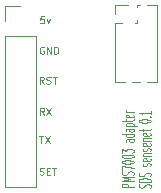
<source format=gbr>
G04 #@! TF.GenerationSoftware,KiCad,Pcbnew,5.0.2+dfsg1-1*
G04 #@! TF.CreationDate,2019-11-13T21:35:25-05:00*
G04 #@! TF.ProjectId,pms7003-conn,706d7337-3030-4332-9d63-6f6e6e2e6b69,rev?*
G04 #@! TF.SameCoordinates,Original*
G04 #@! TF.FileFunction,Legend,Top*
G04 #@! TF.FilePolarity,Positive*
%FSLAX46Y46*%
G04 Gerber Fmt 4.6, Leading zero omitted, Abs format (unit mm)*
G04 Created by KiCad (PCBNEW 5.0.2+dfsg1-1) date Wed 13 Nov 2019 09:35:25 PM EST*
%MOMM*%
%LPD*%
G01*
G04 APERTURE LIST*
%ADD10C,0.100000*%
%ADD11C,0.125000*%
%ADD12C,0.120000*%
G04 APERTURE END LIST*
D10*
X147568571Y-53992857D02*
X147654285Y-54021428D01*
X147797142Y-54021428D01*
X147854285Y-53992857D01*
X147882857Y-53964285D01*
X147911428Y-53907142D01*
X147911428Y-53850000D01*
X147882857Y-53792857D01*
X147854285Y-53764285D01*
X147797142Y-53735714D01*
X147682857Y-53707142D01*
X147625714Y-53678571D01*
X147597142Y-53650000D01*
X147568571Y-53592857D01*
X147568571Y-53535714D01*
X147597142Y-53478571D01*
X147625714Y-53450000D01*
X147682857Y-53421428D01*
X147825714Y-53421428D01*
X147911428Y-53450000D01*
X148168571Y-53707142D02*
X148368571Y-53707142D01*
X148454285Y-54021428D02*
X148168571Y-54021428D01*
X148168571Y-53421428D01*
X148454285Y-53421428D01*
X148625714Y-53421428D02*
X148968571Y-53421428D01*
X148797142Y-54021428D02*
X148797142Y-53421428D01*
X147512857Y-50781428D02*
X147855714Y-50781428D01*
X147684285Y-51381428D02*
X147684285Y-50781428D01*
X147998571Y-50781428D02*
X148398571Y-51381428D01*
X148398571Y-50781428D02*
X147998571Y-51381428D01*
X147920000Y-48951428D02*
X147720000Y-48665714D01*
X147577142Y-48951428D02*
X147577142Y-48351428D01*
X147805714Y-48351428D01*
X147862857Y-48380000D01*
X147891428Y-48408571D01*
X147920000Y-48465714D01*
X147920000Y-48551428D01*
X147891428Y-48608571D01*
X147862857Y-48637142D01*
X147805714Y-48665714D01*
X147577142Y-48665714D01*
X148120000Y-48351428D02*
X148520000Y-48951428D01*
X148520000Y-48351428D02*
X148120000Y-48951428D01*
X147911428Y-46321428D02*
X147711428Y-46035714D01*
X147568571Y-46321428D02*
X147568571Y-45721428D01*
X147797142Y-45721428D01*
X147854285Y-45750000D01*
X147882857Y-45778571D01*
X147911428Y-45835714D01*
X147911428Y-45921428D01*
X147882857Y-45978571D01*
X147854285Y-46007142D01*
X147797142Y-46035714D01*
X147568571Y-46035714D01*
X148140000Y-46292857D02*
X148225714Y-46321428D01*
X148368571Y-46321428D01*
X148425714Y-46292857D01*
X148454285Y-46264285D01*
X148482857Y-46207142D01*
X148482857Y-46150000D01*
X148454285Y-46092857D01*
X148425714Y-46064285D01*
X148368571Y-46035714D01*
X148254285Y-46007142D01*
X148197142Y-45978571D01*
X148168571Y-45950000D01*
X148140000Y-45892857D01*
X148140000Y-45835714D01*
X148168571Y-45778571D01*
X148197142Y-45750000D01*
X148254285Y-45721428D01*
X148397142Y-45721428D01*
X148482857Y-45750000D01*
X148654285Y-45721428D02*
X148997142Y-45721428D01*
X148825714Y-46321428D02*
X148825714Y-45721428D01*
X147892857Y-43210000D02*
X147835714Y-43181428D01*
X147750000Y-43181428D01*
X147664285Y-43210000D01*
X147607142Y-43267142D01*
X147578571Y-43324285D01*
X147550000Y-43438571D01*
X147550000Y-43524285D01*
X147578571Y-43638571D01*
X147607142Y-43695714D01*
X147664285Y-43752857D01*
X147750000Y-43781428D01*
X147807142Y-43781428D01*
X147892857Y-43752857D01*
X147921428Y-43724285D01*
X147921428Y-43524285D01*
X147807142Y-43524285D01*
X148178571Y-43781428D02*
X148178571Y-43181428D01*
X148521428Y-43781428D01*
X148521428Y-43181428D01*
X148807142Y-43781428D02*
X148807142Y-43181428D01*
X148950000Y-43181428D01*
X149035714Y-43210000D01*
X149092857Y-43267142D01*
X149121428Y-43324285D01*
X149150000Y-43438571D01*
X149150000Y-43524285D01*
X149121428Y-43638571D01*
X149092857Y-43695714D01*
X149035714Y-43752857D01*
X148950000Y-43781428D01*
X148807142Y-43781428D01*
X147934285Y-40601428D02*
X147648571Y-40601428D01*
X147620000Y-40887142D01*
X147648571Y-40858571D01*
X147705714Y-40830000D01*
X147848571Y-40830000D01*
X147905714Y-40858571D01*
X147934285Y-40887142D01*
X147962857Y-40944285D01*
X147962857Y-41087142D01*
X147934285Y-41144285D01*
X147905714Y-41172857D01*
X147848571Y-41201428D01*
X147705714Y-41201428D01*
X147648571Y-41172857D01*
X147620000Y-41144285D01*
X148162857Y-40801428D02*
X148305714Y-41201428D01*
X148448571Y-40801428D01*
D11*
X156914761Y-55120000D02*
X156962380Y-55048571D01*
X156962380Y-54929523D01*
X156914761Y-54881904D01*
X156867142Y-54858095D01*
X156771904Y-54834285D01*
X156676666Y-54834285D01*
X156581428Y-54858095D01*
X156533809Y-54881904D01*
X156486190Y-54929523D01*
X156438571Y-55024761D01*
X156390952Y-55072380D01*
X156343333Y-55096190D01*
X156248095Y-55120000D01*
X156152857Y-55120000D01*
X156057619Y-55096190D01*
X156010000Y-55072380D01*
X155962380Y-55024761D01*
X155962380Y-54905714D01*
X156010000Y-54834285D01*
X156962380Y-54620000D02*
X155962380Y-54620000D01*
X155962380Y-54500952D01*
X156010000Y-54429523D01*
X156105238Y-54381904D01*
X156200476Y-54358095D01*
X156390952Y-54334285D01*
X156533809Y-54334285D01*
X156724285Y-54358095D01*
X156819523Y-54381904D01*
X156914761Y-54429523D01*
X156962380Y-54500952D01*
X156962380Y-54620000D01*
X156914761Y-54143809D02*
X156962380Y-54072380D01*
X156962380Y-53953333D01*
X156914761Y-53905714D01*
X156867142Y-53881904D01*
X156771904Y-53858095D01*
X156676666Y-53858095D01*
X156581428Y-53881904D01*
X156533809Y-53905714D01*
X156486190Y-53953333D01*
X156438571Y-54048571D01*
X156390952Y-54096190D01*
X156343333Y-54120000D01*
X156248095Y-54143809D01*
X156152857Y-54143809D01*
X156057619Y-54120000D01*
X156010000Y-54096190D01*
X155962380Y-54048571D01*
X155962380Y-53929523D01*
X156010000Y-53858095D01*
X156914761Y-53286666D02*
X156962380Y-53239047D01*
X156962380Y-53143809D01*
X156914761Y-53096190D01*
X156819523Y-53072380D01*
X156771904Y-53072380D01*
X156676666Y-53096190D01*
X156629047Y-53143809D01*
X156629047Y-53215238D01*
X156581428Y-53262857D01*
X156486190Y-53286666D01*
X156438571Y-53286666D01*
X156343333Y-53262857D01*
X156295714Y-53215238D01*
X156295714Y-53143809D01*
X156343333Y-53096190D01*
X156914761Y-52667619D02*
X156962380Y-52715238D01*
X156962380Y-52810476D01*
X156914761Y-52858095D01*
X156819523Y-52881904D01*
X156438571Y-52881904D01*
X156343333Y-52858095D01*
X156295714Y-52810476D01*
X156295714Y-52715238D01*
X156343333Y-52667619D01*
X156438571Y-52643809D01*
X156533809Y-52643809D01*
X156629047Y-52881904D01*
X156295714Y-52429523D02*
X156962380Y-52429523D01*
X156390952Y-52429523D02*
X156343333Y-52405714D01*
X156295714Y-52358095D01*
X156295714Y-52286666D01*
X156343333Y-52239047D01*
X156438571Y-52215238D01*
X156962380Y-52215238D01*
X156914761Y-52000952D02*
X156962380Y-51953333D01*
X156962380Y-51858095D01*
X156914761Y-51810476D01*
X156819523Y-51786666D01*
X156771904Y-51786666D01*
X156676666Y-51810476D01*
X156629047Y-51858095D01*
X156629047Y-51929523D01*
X156581428Y-51977142D01*
X156486190Y-52000952D01*
X156438571Y-52000952D01*
X156343333Y-51977142D01*
X156295714Y-51929523D01*
X156295714Y-51858095D01*
X156343333Y-51810476D01*
X156914761Y-51381904D02*
X156962380Y-51429523D01*
X156962380Y-51524761D01*
X156914761Y-51572380D01*
X156819523Y-51596190D01*
X156438571Y-51596190D01*
X156343333Y-51572380D01*
X156295714Y-51524761D01*
X156295714Y-51429523D01*
X156343333Y-51381904D01*
X156438571Y-51358095D01*
X156533809Y-51358095D01*
X156629047Y-51596190D01*
X156295714Y-51143809D02*
X156962380Y-51143809D01*
X156390952Y-51143809D02*
X156343333Y-51120000D01*
X156295714Y-51072380D01*
X156295714Y-51000952D01*
X156343333Y-50953333D01*
X156438571Y-50929523D01*
X156962380Y-50929523D01*
X156914761Y-50500952D02*
X156962380Y-50548571D01*
X156962380Y-50643809D01*
X156914761Y-50691428D01*
X156819523Y-50715238D01*
X156438571Y-50715238D01*
X156343333Y-50691428D01*
X156295714Y-50643809D01*
X156295714Y-50548571D01*
X156343333Y-50500952D01*
X156438571Y-50477142D01*
X156533809Y-50477142D01*
X156629047Y-50715238D01*
X156295714Y-50334285D02*
X156295714Y-50143809D01*
X155962380Y-50262857D02*
X156819523Y-50262857D01*
X156914761Y-50239047D01*
X156962380Y-50191428D01*
X156962380Y-50143809D01*
X155962380Y-49500952D02*
X155962380Y-49453333D01*
X156010000Y-49405714D01*
X156057619Y-49381904D01*
X156152857Y-49358095D01*
X156343333Y-49334285D01*
X156581428Y-49334285D01*
X156771904Y-49358095D01*
X156867142Y-49381904D01*
X156914761Y-49405714D01*
X156962380Y-49453333D01*
X156962380Y-49500952D01*
X156914761Y-49548571D01*
X156867142Y-49572380D01*
X156771904Y-49596190D01*
X156581428Y-49620000D01*
X156343333Y-49620000D01*
X156152857Y-49596190D01*
X156057619Y-49572380D01*
X156010000Y-49548571D01*
X155962380Y-49500952D01*
X156867142Y-49120000D02*
X156914761Y-49096190D01*
X156962380Y-49120000D01*
X156914761Y-49143809D01*
X156867142Y-49120000D01*
X156962380Y-49120000D01*
X156962380Y-48620000D02*
X156962380Y-48905714D01*
X156962380Y-48762857D02*
X155962380Y-48762857D01*
X156105238Y-48810476D01*
X156200476Y-48858095D01*
X156248095Y-48905714D01*
X155512380Y-55084285D02*
X154512380Y-55084285D01*
X154512380Y-54893809D01*
X154560000Y-54846190D01*
X154607619Y-54822380D01*
X154702857Y-54798571D01*
X154845714Y-54798571D01*
X154940952Y-54822380D01*
X154988571Y-54846190D01*
X155036190Y-54893809D01*
X155036190Y-55084285D01*
X155512380Y-54584285D02*
X154512380Y-54584285D01*
X155226666Y-54417619D01*
X154512380Y-54250952D01*
X155512380Y-54250952D01*
X155464761Y-54036666D02*
X155512380Y-53965238D01*
X155512380Y-53846190D01*
X155464761Y-53798571D01*
X155417142Y-53774761D01*
X155321904Y-53750952D01*
X155226666Y-53750952D01*
X155131428Y-53774761D01*
X155083809Y-53798571D01*
X155036190Y-53846190D01*
X154988571Y-53941428D01*
X154940952Y-53989047D01*
X154893333Y-54012857D01*
X154798095Y-54036666D01*
X154702857Y-54036666D01*
X154607619Y-54012857D01*
X154560000Y-53989047D01*
X154512380Y-53941428D01*
X154512380Y-53822380D01*
X154560000Y-53750952D01*
X154512380Y-53584285D02*
X154512380Y-53250952D01*
X155512380Y-53465238D01*
X154512380Y-52965238D02*
X154512380Y-52917619D01*
X154560000Y-52870000D01*
X154607619Y-52846190D01*
X154702857Y-52822380D01*
X154893333Y-52798571D01*
X155131428Y-52798571D01*
X155321904Y-52822380D01*
X155417142Y-52846190D01*
X155464761Y-52870000D01*
X155512380Y-52917619D01*
X155512380Y-52965238D01*
X155464761Y-53012857D01*
X155417142Y-53036666D01*
X155321904Y-53060476D01*
X155131428Y-53084285D01*
X154893333Y-53084285D01*
X154702857Y-53060476D01*
X154607619Y-53036666D01*
X154560000Y-53012857D01*
X154512380Y-52965238D01*
X154512380Y-52489047D02*
X154512380Y-52441428D01*
X154560000Y-52393809D01*
X154607619Y-52370000D01*
X154702857Y-52346190D01*
X154893333Y-52322380D01*
X155131428Y-52322380D01*
X155321904Y-52346190D01*
X155417142Y-52370000D01*
X155464761Y-52393809D01*
X155512380Y-52441428D01*
X155512380Y-52489047D01*
X155464761Y-52536666D01*
X155417142Y-52560476D01*
X155321904Y-52584285D01*
X155131428Y-52608095D01*
X154893333Y-52608095D01*
X154702857Y-52584285D01*
X154607619Y-52560476D01*
X154560000Y-52536666D01*
X154512380Y-52489047D01*
X154512380Y-52155714D02*
X154512380Y-51846190D01*
X154893333Y-52012857D01*
X154893333Y-51941428D01*
X154940952Y-51893809D01*
X154988571Y-51870000D01*
X155083809Y-51846190D01*
X155321904Y-51846190D01*
X155417142Y-51870000D01*
X155464761Y-51893809D01*
X155512380Y-51941428D01*
X155512380Y-52084285D01*
X155464761Y-52131904D01*
X155417142Y-52155714D01*
X155512380Y-51036666D02*
X154988571Y-51036666D01*
X154893333Y-51060476D01*
X154845714Y-51108095D01*
X154845714Y-51203333D01*
X154893333Y-51250952D01*
X155464761Y-51036666D02*
X155512380Y-51084285D01*
X155512380Y-51203333D01*
X155464761Y-51250952D01*
X155369523Y-51274761D01*
X155274285Y-51274761D01*
X155179047Y-51250952D01*
X155131428Y-51203333D01*
X155131428Y-51084285D01*
X155083809Y-51036666D01*
X155512380Y-50584285D02*
X154512380Y-50584285D01*
X155464761Y-50584285D02*
X155512380Y-50631904D01*
X155512380Y-50727142D01*
X155464761Y-50774761D01*
X155417142Y-50798571D01*
X155321904Y-50822380D01*
X155036190Y-50822380D01*
X154940952Y-50798571D01*
X154893333Y-50774761D01*
X154845714Y-50727142D01*
X154845714Y-50631904D01*
X154893333Y-50584285D01*
X155512380Y-50131904D02*
X154988571Y-50131904D01*
X154893333Y-50155714D01*
X154845714Y-50203333D01*
X154845714Y-50298571D01*
X154893333Y-50346190D01*
X155464761Y-50131904D02*
X155512380Y-50179523D01*
X155512380Y-50298571D01*
X155464761Y-50346190D01*
X155369523Y-50370000D01*
X155274285Y-50370000D01*
X155179047Y-50346190D01*
X155131428Y-50298571D01*
X155131428Y-50179523D01*
X155083809Y-50131904D01*
X154845714Y-49893809D02*
X155845714Y-49893809D01*
X154893333Y-49893809D02*
X154845714Y-49846190D01*
X154845714Y-49750952D01*
X154893333Y-49703333D01*
X154940952Y-49679523D01*
X155036190Y-49655714D01*
X155321904Y-49655714D01*
X155417142Y-49679523D01*
X155464761Y-49703333D01*
X155512380Y-49750952D01*
X155512380Y-49846190D01*
X155464761Y-49893809D01*
X154845714Y-49512857D02*
X154845714Y-49322380D01*
X154512380Y-49441428D02*
X155369523Y-49441428D01*
X155464761Y-49417619D01*
X155512380Y-49370000D01*
X155512380Y-49322380D01*
X155464761Y-48965238D02*
X155512380Y-49012857D01*
X155512380Y-49108095D01*
X155464761Y-49155714D01*
X155369523Y-49179523D01*
X154988571Y-49179523D01*
X154893333Y-49155714D01*
X154845714Y-49108095D01*
X154845714Y-49012857D01*
X154893333Y-48965238D01*
X154988571Y-48941428D01*
X155083809Y-48941428D01*
X155179047Y-49179523D01*
X155512380Y-48727142D02*
X154845714Y-48727142D01*
X155036190Y-48727142D02*
X154940952Y-48703333D01*
X154893333Y-48679523D01*
X154845714Y-48631904D01*
X154845714Y-48584285D01*
D12*
G04 #@! TO.C,J1*
X153930000Y-46165000D02*
X154752470Y-46165000D01*
X156637530Y-46165000D02*
X157460000Y-46165000D01*
X155367530Y-46165000D02*
X156022470Y-46165000D01*
X153930000Y-41150000D02*
X153930000Y-46165000D01*
X157460000Y-39695000D02*
X157460000Y-46165000D01*
X153930000Y-41150000D02*
X154496529Y-41150000D01*
X155623471Y-41150000D02*
X155766529Y-41150000D01*
X155820000Y-41096529D02*
X155820000Y-40953471D01*
X155820000Y-39826529D02*
X155820000Y-39695000D01*
X155820000Y-39695000D02*
X156022470Y-39695000D01*
X156637530Y-39695000D02*
X157460000Y-39695000D01*
X153930000Y-40390000D02*
X153930000Y-39630000D01*
X153930000Y-39630000D02*
X155060000Y-39630000D01*
G04 #@! TO.C,J2*
X144590000Y-39720000D02*
X145920000Y-39720000D01*
X144590000Y-41050000D02*
X144590000Y-39720000D01*
X144590000Y-42320000D02*
X147250000Y-42320000D01*
X147250000Y-42320000D02*
X147250000Y-55080000D01*
X144590000Y-42320000D02*
X144590000Y-55080000D01*
X144590000Y-55080000D02*
X147250000Y-55080000D01*
G04 #@! TD*
M02*

</source>
